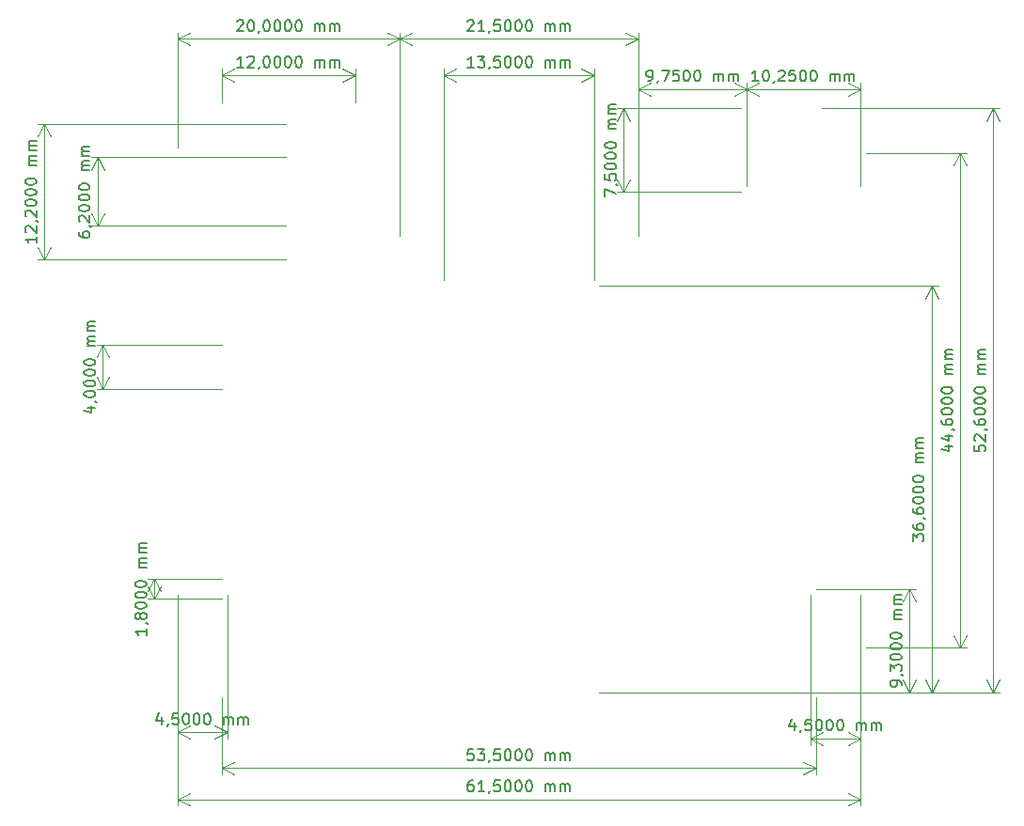
<source format=gbr>
%TF.GenerationSoftware,KiCad,Pcbnew,6.0.2+dfsg-1*%
%TF.CreationDate,2023-05-15T17:13:40+02:00*%
%TF.ProjectId,dclink,64636c69-6e6b-42e6-9b69-6361645f7063,V0*%
%TF.SameCoordinates,Original*%
%TF.FileFunction,OtherDrawing,Comment*%
%FSLAX46Y46*%
G04 Gerber Fmt 4.6, Leading zero omitted, Abs format (unit mm)*
G04 Created by KiCad (PCBNEW 6.0.2+dfsg-1) date 2023-05-15 17:13:40*
%MOMM*%
%LPD*%
G01*
G04 APERTURE LIST*
%ADD10C,0.150000*%
%ADD11C,0.100000*%
G04 APERTURE END LIST*
D10*
X125052380Y-74802380D02*
X124480952Y-74802380D01*
X124766666Y-74802380D02*
X124766666Y-73802380D01*
X124671428Y-73945238D01*
X124576190Y-74040476D01*
X124480952Y-74088095D01*
X125433333Y-73897619D02*
X125480952Y-73850000D01*
X125576190Y-73802380D01*
X125814285Y-73802380D01*
X125909523Y-73850000D01*
X125957142Y-73897619D01*
X126004761Y-73992857D01*
X126004761Y-74088095D01*
X125957142Y-74230952D01*
X125385714Y-74802380D01*
X126004761Y-74802380D01*
X126480952Y-74754761D02*
X126480952Y-74802380D01*
X126433333Y-74897619D01*
X126385714Y-74945238D01*
X127100000Y-73802380D02*
X127195238Y-73802380D01*
X127290476Y-73850000D01*
X127338095Y-73897619D01*
X127385714Y-73992857D01*
X127433333Y-74183333D01*
X127433333Y-74421428D01*
X127385714Y-74611904D01*
X127338095Y-74707142D01*
X127290476Y-74754761D01*
X127195238Y-74802380D01*
X127100000Y-74802380D01*
X127004761Y-74754761D01*
X126957142Y-74707142D01*
X126909523Y-74611904D01*
X126861904Y-74421428D01*
X126861904Y-74183333D01*
X126909523Y-73992857D01*
X126957142Y-73897619D01*
X127004761Y-73850000D01*
X127100000Y-73802380D01*
X128052380Y-73802380D02*
X128147619Y-73802380D01*
X128242857Y-73850000D01*
X128290476Y-73897619D01*
X128338095Y-73992857D01*
X128385714Y-74183333D01*
X128385714Y-74421428D01*
X128338095Y-74611904D01*
X128290476Y-74707142D01*
X128242857Y-74754761D01*
X128147619Y-74802380D01*
X128052380Y-74802380D01*
X127957142Y-74754761D01*
X127909523Y-74707142D01*
X127861904Y-74611904D01*
X127814285Y-74421428D01*
X127814285Y-74183333D01*
X127861904Y-73992857D01*
X127909523Y-73897619D01*
X127957142Y-73850000D01*
X128052380Y-73802380D01*
X129004761Y-73802380D02*
X129100000Y-73802380D01*
X129195238Y-73850000D01*
X129242857Y-73897619D01*
X129290476Y-73992857D01*
X129338095Y-74183333D01*
X129338095Y-74421428D01*
X129290476Y-74611904D01*
X129242857Y-74707142D01*
X129195238Y-74754761D01*
X129100000Y-74802380D01*
X129004761Y-74802380D01*
X128909523Y-74754761D01*
X128861904Y-74707142D01*
X128814285Y-74611904D01*
X128766666Y-74421428D01*
X128766666Y-74183333D01*
X128814285Y-73992857D01*
X128861904Y-73897619D01*
X128909523Y-73850000D01*
X129004761Y-73802380D01*
X129957142Y-73802380D02*
X130052380Y-73802380D01*
X130147619Y-73850000D01*
X130195238Y-73897619D01*
X130242857Y-73992857D01*
X130290476Y-74183333D01*
X130290476Y-74421428D01*
X130242857Y-74611904D01*
X130195238Y-74707142D01*
X130147619Y-74754761D01*
X130052380Y-74802380D01*
X129957142Y-74802380D01*
X129861904Y-74754761D01*
X129814285Y-74707142D01*
X129766666Y-74611904D01*
X129719047Y-74421428D01*
X129719047Y-74183333D01*
X129766666Y-73992857D01*
X129814285Y-73897619D01*
X129861904Y-73850000D01*
X129957142Y-73802380D01*
X131480952Y-74802380D02*
X131480952Y-74135714D01*
X131480952Y-74230952D02*
X131528571Y-74183333D01*
X131623809Y-74135714D01*
X131766666Y-74135714D01*
X131861904Y-74183333D01*
X131909523Y-74278571D01*
X131909523Y-74802380D01*
X131909523Y-74278571D02*
X131957142Y-74183333D01*
X132052380Y-74135714D01*
X132195238Y-74135714D01*
X132290476Y-74183333D01*
X132338095Y-74278571D01*
X132338095Y-74802380D01*
X132814285Y-74802380D02*
X132814285Y-74135714D01*
X132814285Y-74230952D02*
X132861904Y-74183333D01*
X132957142Y-74135714D01*
X133100000Y-74135714D01*
X133195238Y-74183333D01*
X133242857Y-74278571D01*
X133242857Y-74802380D01*
X133242857Y-74278571D02*
X133290476Y-74183333D01*
X133385714Y-74135714D01*
X133528571Y-74135714D01*
X133623809Y-74183333D01*
X133671428Y-74278571D01*
X133671428Y-74802380D01*
D11*
X123100000Y-78000000D02*
X123100000Y-74913580D01*
X135100000Y-78000000D02*
X135100000Y-74913580D01*
X123100000Y-75500000D02*
X135100000Y-75500000D01*
X123100000Y-75500000D02*
X135100000Y-75500000D01*
X123100000Y-75500000D02*
X124226504Y-76086421D01*
X123100000Y-75500000D02*
X124226504Y-74913579D01*
X135100000Y-75500000D02*
X133973496Y-74913579D01*
X135100000Y-75500000D02*
X133973496Y-76086421D01*
D10*
X145802380Y-74802380D02*
X145230952Y-74802380D01*
X145516666Y-74802380D02*
X145516666Y-73802380D01*
X145421428Y-73945238D01*
X145326190Y-74040476D01*
X145230952Y-74088095D01*
X146135714Y-73802380D02*
X146754761Y-73802380D01*
X146421428Y-74183333D01*
X146564285Y-74183333D01*
X146659523Y-74230952D01*
X146707142Y-74278571D01*
X146754761Y-74373809D01*
X146754761Y-74611904D01*
X146707142Y-74707142D01*
X146659523Y-74754761D01*
X146564285Y-74802380D01*
X146278571Y-74802380D01*
X146183333Y-74754761D01*
X146135714Y-74707142D01*
X147230952Y-74754761D02*
X147230952Y-74802380D01*
X147183333Y-74897619D01*
X147135714Y-74945238D01*
X148135714Y-73802380D02*
X147659523Y-73802380D01*
X147611904Y-74278571D01*
X147659523Y-74230952D01*
X147754761Y-74183333D01*
X147992857Y-74183333D01*
X148088095Y-74230952D01*
X148135714Y-74278571D01*
X148183333Y-74373809D01*
X148183333Y-74611904D01*
X148135714Y-74707142D01*
X148088095Y-74754761D01*
X147992857Y-74802380D01*
X147754761Y-74802380D01*
X147659523Y-74754761D01*
X147611904Y-74707142D01*
X148802380Y-73802380D02*
X148897619Y-73802380D01*
X148992857Y-73850000D01*
X149040476Y-73897619D01*
X149088095Y-73992857D01*
X149135714Y-74183333D01*
X149135714Y-74421428D01*
X149088095Y-74611904D01*
X149040476Y-74707142D01*
X148992857Y-74754761D01*
X148897619Y-74802380D01*
X148802380Y-74802380D01*
X148707142Y-74754761D01*
X148659523Y-74707142D01*
X148611904Y-74611904D01*
X148564285Y-74421428D01*
X148564285Y-74183333D01*
X148611904Y-73992857D01*
X148659523Y-73897619D01*
X148707142Y-73850000D01*
X148802380Y-73802380D01*
X149754761Y-73802380D02*
X149850000Y-73802380D01*
X149945238Y-73850000D01*
X149992857Y-73897619D01*
X150040476Y-73992857D01*
X150088095Y-74183333D01*
X150088095Y-74421428D01*
X150040476Y-74611904D01*
X149992857Y-74707142D01*
X149945238Y-74754761D01*
X149850000Y-74802380D01*
X149754761Y-74802380D01*
X149659523Y-74754761D01*
X149611904Y-74707142D01*
X149564285Y-74611904D01*
X149516666Y-74421428D01*
X149516666Y-74183333D01*
X149564285Y-73992857D01*
X149611904Y-73897619D01*
X149659523Y-73850000D01*
X149754761Y-73802380D01*
X150707142Y-73802380D02*
X150802380Y-73802380D01*
X150897619Y-73850000D01*
X150945238Y-73897619D01*
X150992857Y-73992857D01*
X151040476Y-74183333D01*
X151040476Y-74421428D01*
X150992857Y-74611904D01*
X150945238Y-74707142D01*
X150897619Y-74754761D01*
X150802380Y-74802380D01*
X150707142Y-74802380D01*
X150611904Y-74754761D01*
X150564285Y-74707142D01*
X150516666Y-74611904D01*
X150469047Y-74421428D01*
X150469047Y-74183333D01*
X150516666Y-73992857D01*
X150564285Y-73897619D01*
X150611904Y-73850000D01*
X150707142Y-73802380D01*
X152230952Y-74802380D02*
X152230952Y-74135714D01*
X152230952Y-74230952D02*
X152278571Y-74183333D01*
X152373809Y-74135714D01*
X152516666Y-74135714D01*
X152611904Y-74183333D01*
X152659523Y-74278571D01*
X152659523Y-74802380D01*
X152659523Y-74278571D02*
X152707142Y-74183333D01*
X152802380Y-74135714D01*
X152945238Y-74135714D01*
X153040476Y-74183333D01*
X153088095Y-74278571D01*
X153088095Y-74802380D01*
X153564285Y-74802380D02*
X153564285Y-74135714D01*
X153564285Y-74230952D02*
X153611904Y-74183333D01*
X153707142Y-74135714D01*
X153850000Y-74135714D01*
X153945238Y-74183333D01*
X153992857Y-74278571D01*
X153992857Y-74802380D01*
X153992857Y-74278571D02*
X154040476Y-74183333D01*
X154135714Y-74135714D01*
X154278571Y-74135714D01*
X154373809Y-74183333D01*
X154421428Y-74278571D01*
X154421428Y-74802380D01*
D11*
X143100000Y-94000000D02*
X143100000Y-74913580D01*
X156600000Y-94000000D02*
X156600000Y-74913580D01*
X143100000Y-75500000D02*
X156600000Y-75500000D01*
X143100000Y-75500000D02*
X156600000Y-75500000D01*
X143100000Y-75500000D02*
X144226504Y-76086421D01*
X143100000Y-75500000D02*
X144226504Y-74913579D01*
X156600000Y-75500000D02*
X155473496Y-74913579D01*
X156600000Y-75500000D02*
X155473496Y-76086421D01*
D10*
X157602380Y-86440476D02*
X157602380Y-85773809D01*
X158602380Y-86202380D01*
X158554761Y-85345238D02*
X158602380Y-85345238D01*
X158697619Y-85392857D01*
X158745238Y-85440476D01*
X157602380Y-84440476D02*
X157602380Y-84916666D01*
X158078571Y-84964285D01*
X158030952Y-84916666D01*
X157983333Y-84821428D01*
X157983333Y-84583333D01*
X158030952Y-84488095D01*
X158078571Y-84440476D01*
X158173809Y-84392857D01*
X158411904Y-84392857D01*
X158507142Y-84440476D01*
X158554761Y-84488095D01*
X158602380Y-84583333D01*
X158602380Y-84821428D01*
X158554761Y-84916666D01*
X158507142Y-84964285D01*
X157602380Y-83773809D02*
X157602380Y-83678571D01*
X157650000Y-83583333D01*
X157697619Y-83535714D01*
X157792857Y-83488095D01*
X157983333Y-83440476D01*
X158221428Y-83440476D01*
X158411904Y-83488095D01*
X158507142Y-83535714D01*
X158554761Y-83583333D01*
X158602380Y-83678571D01*
X158602380Y-83773809D01*
X158554761Y-83869047D01*
X158507142Y-83916666D01*
X158411904Y-83964285D01*
X158221428Y-84011904D01*
X157983333Y-84011904D01*
X157792857Y-83964285D01*
X157697619Y-83916666D01*
X157650000Y-83869047D01*
X157602380Y-83773809D01*
X157602380Y-82821428D02*
X157602380Y-82726190D01*
X157650000Y-82630952D01*
X157697619Y-82583333D01*
X157792857Y-82535714D01*
X157983333Y-82488095D01*
X158221428Y-82488095D01*
X158411904Y-82535714D01*
X158507142Y-82583333D01*
X158554761Y-82630952D01*
X158602380Y-82726190D01*
X158602380Y-82821428D01*
X158554761Y-82916666D01*
X158507142Y-82964285D01*
X158411904Y-83011904D01*
X158221428Y-83059523D01*
X157983333Y-83059523D01*
X157792857Y-83011904D01*
X157697619Y-82964285D01*
X157650000Y-82916666D01*
X157602380Y-82821428D01*
X157602380Y-81869047D02*
X157602380Y-81773809D01*
X157650000Y-81678571D01*
X157697619Y-81630952D01*
X157792857Y-81583333D01*
X157983333Y-81535714D01*
X158221428Y-81535714D01*
X158411904Y-81583333D01*
X158507142Y-81630952D01*
X158554761Y-81678571D01*
X158602380Y-81773809D01*
X158602380Y-81869047D01*
X158554761Y-81964285D01*
X158507142Y-82011904D01*
X158411904Y-82059523D01*
X158221428Y-82107142D01*
X157983333Y-82107142D01*
X157792857Y-82059523D01*
X157697619Y-82011904D01*
X157650000Y-81964285D01*
X157602380Y-81869047D01*
X158602380Y-80345238D02*
X157935714Y-80345238D01*
X158030952Y-80345238D02*
X157983333Y-80297619D01*
X157935714Y-80202380D01*
X157935714Y-80059523D01*
X157983333Y-79964285D01*
X158078571Y-79916666D01*
X158602380Y-79916666D01*
X158078571Y-79916666D02*
X157983333Y-79869047D01*
X157935714Y-79773809D01*
X157935714Y-79630952D01*
X157983333Y-79535714D01*
X158078571Y-79488095D01*
X158602380Y-79488095D01*
X158602380Y-79011904D02*
X157935714Y-79011904D01*
X158030952Y-79011904D02*
X157983333Y-78964285D01*
X157935714Y-78869047D01*
X157935714Y-78726190D01*
X157983333Y-78630952D01*
X158078571Y-78583333D01*
X158602380Y-78583333D01*
X158078571Y-78583333D02*
X157983333Y-78535714D01*
X157935714Y-78440476D01*
X157935714Y-78297619D01*
X157983333Y-78202380D01*
X158078571Y-78154761D01*
X158602380Y-78154761D01*
D11*
X169850000Y-78500000D02*
X158713580Y-78500000D01*
X169850000Y-86000000D02*
X158713580Y-86000000D01*
X159300000Y-78500000D02*
X159300000Y-86000000D01*
X159300000Y-78500000D02*
X159300000Y-86000000D01*
X159300000Y-78500000D02*
X158713579Y-79626504D01*
X159300000Y-78500000D02*
X159886421Y-79626504D01*
X159300000Y-86000000D02*
X159886421Y-84873496D01*
X159300000Y-86000000D02*
X158713579Y-84873496D01*
D10*
X188235714Y-108942857D02*
X188902380Y-108942857D01*
X187854761Y-109180952D02*
X188569047Y-109419047D01*
X188569047Y-108800000D01*
X188235714Y-107990476D02*
X188902380Y-107990476D01*
X187854761Y-108228571D02*
X188569047Y-108466666D01*
X188569047Y-107847619D01*
X188854761Y-107419047D02*
X188902380Y-107419047D01*
X188997619Y-107466666D01*
X189045238Y-107514285D01*
X187902380Y-106561904D02*
X187902380Y-106752380D01*
X187950000Y-106847619D01*
X187997619Y-106895238D01*
X188140476Y-106990476D01*
X188330952Y-107038095D01*
X188711904Y-107038095D01*
X188807142Y-106990476D01*
X188854761Y-106942857D01*
X188902380Y-106847619D01*
X188902380Y-106657142D01*
X188854761Y-106561904D01*
X188807142Y-106514285D01*
X188711904Y-106466666D01*
X188473809Y-106466666D01*
X188378571Y-106514285D01*
X188330952Y-106561904D01*
X188283333Y-106657142D01*
X188283333Y-106847619D01*
X188330952Y-106942857D01*
X188378571Y-106990476D01*
X188473809Y-107038095D01*
X187902380Y-105847619D02*
X187902380Y-105752380D01*
X187950000Y-105657142D01*
X187997619Y-105609523D01*
X188092857Y-105561904D01*
X188283333Y-105514285D01*
X188521428Y-105514285D01*
X188711904Y-105561904D01*
X188807142Y-105609523D01*
X188854761Y-105657142D01*
X188902380Y-105752380D01*
X188902380Y-105847619D01*
X188854761Y-105942857D01*
X188807142Y-105990476D01*
X188711904Y-106038095D01*
X188521428Y-106085714D01*
X188283333Y-106085714D01*
X188092857Y-106038095D01*
X187997619Y-105990476D01*
X187950000Y-105942857D01*
X187902380Y-105847619D01*
X187902380Y-104895238D02*
X187902380Y-104800000D01*
X187950000Y-104704761D01*
X187997619Y-104657142D01*
X188092857Y-104609523D01*
X188283333Y-104561904D01*
X188521428Y-104561904D01*
X188711904Y-104609523D01*
X188807142Y-104657142D01*
X188854761Y-104704761D01*
X188902380Y-104800000D01*
X188902380Y-104895238D01*
X188854761Y-104990476D01*
X188807142Y-105038095D01*
X188711904Y-105085714D01*
X188521428Y-105133333D01*
X188283333Y-105133333D01*
X188092857Y-105085714D01*
X187997619Y-105038095D01*
X187950000Y-104990476D01*
X187902380Y-104895238D01*
X187902380Y-103942857D02*
X187902380Y-103847619D01*
X187950000Y-103752380D01*
X187997619Y-103704761D01*
X188092857Y-103657142D01*
X188283333Y-103609523D01*
X188521428Y-103609523D01*
X188711904Y-103657142D01*
X188807142Y-103704761D01*
X188854761Y-103752380D01*
X188902380Y-103847619D01*
X188902380Y-103942857D01*
X188854761Y-104038095D01*
X188807142Y-104085714D01*
X188711904Y-104133333D01*
X188521428Y-104180952D01*
X188283333Y-104180952D01*
X188092857Y-104133333D01*
X187997619Y-104085714D01*
X187950000Y-104038095D01*
X187902380Y-103942857D01*
X188902380Y-102419047D02*
X188235714Y-102419047D01*
X188330952Y-102419047D02*
X188283333Y-102371428D01*
X188235714Y-102276190D01*
X188235714Y-102133333D01*
X188283333Y-102038095D01*
X188378571Y-101990476D01*
X188902380Y-101990476D01*
X188378571Y-101990476D02*
X188283333Y-101942857D01*
X188235714Y-101847619D01*
X188235714Y-101704761D01*
X188283333Y-101609523D01*
X188378571Y-101561904D01*
X188902380Y-101561904D01*
X188902380Y-101085714D02*
X188235714Y-101085714D01*
X188330952Y-101085714D02*
X188283333Y-101038095D01*
X188235714Y-100942857D01*
X188235714Y-100800000D01*
X188283333Y-100704761D01*
X188378571Y-100657142D01*
X188902380Y-100657142D01*
X188378571Y-100657142D02*
X188283333Y-100609523D01*
X188235714Y-100514285D01*
X188235714Y-100371428D01*
X188283333Y-100276190D01*
X188378571Y-100228571D01*
X188902380Y-100228571D01*
D11*
X181100000Y-82500000D02*
X190186420Y-82500000D01*
X181100000Y-127100000D02*
X190186420Y-127100000D01*
X189600000Y-82500000D02*
X189600000Y-127100000D01*
X189600000Y-82500000D02*
X189600000Y-127100000D01*
X189600000Y-82500000D02*
X189013579Y-83626504D01*
X189600000Y-82500000D02*
X190186421Y-83626504D01*
X189600000Y-127100000D02*
X190186421Y-125973496D01*
X189600000Y-127100000D02*
X189013579Y-125973496D01*
D10*
X111035714Y-105466666D02*
X111702380Y-105466666D01*
X110654761Y-105704761D02*
X111369047Y-105942857D01*
X111369047Y-105323809D01*
X111654761Y-104895238D02*
X111702380Y-104895238D01*
X111797619Y-104942857D01*
X111845238Y-104990476D01*
X110702380Y-104276190D02*
X110702380Y-104180952D01*
X110750000Y-104085714D01*
X110797619Y-104038095D01*
X110892857Y-103990476D01*
X111083333Y-103942857D01*
X111321428Y-103942857D01*
X111511904Y-103990476D01*
X111607142Y-104038095D01*
X111654761Y-104085714D01*
X111702380Y-104180952D01*
X111702380Y-104276190D01*
X111654761Y-104371428D01*
X111607142Y-104419047D01*
X111511904Y-104466666D01*
X111321428Y-104514285D01*
X111083333Y-104514285D01*
X110892857Y-104466666D01*
X110797619Y-104419047D01*
X110750000Y-104371428D01*
X110702380Y-104276190D01*
X110702380Y-103323809D02*
X110702380Y-103228571D01*
X110750000Y-103133333D01*
X110797619Y-103085714D01*
X110892857Y-103038095D01*
X111083333Y-102990476D01*
X111321428Y-102990476D01*
X111511904Y-103038095D01*
X111607142Y-103085714D01*
X111654761Y-103133333D01*
X111702380Y-103228571D01*
X111702380Y-103323809D01*
X111654761Y-103419047D01*
X111607142Y-103466666D01*
X111511904Y-103514285D01*
X111321428Y-103561904D01*
X111083333Y-103561904D01*
X110892857Y-103514285D01*
X110797619Y-103466666D01*
X110750000Y-103419047D01*
X110702380Y-103323809D01*
X110702380Y-102371428D02*
X110702380Y-102276190D01*
X110750000Y-102180952D01*
X110797619Y-102133333D01*
X110892857Y-102085714D01*
X111083333Y-102038095D01*
X111321428Y-102038095D01*
X111511904Y-102085714D01*
X111607142Y-102133333D01*
X111654761Y-102180952D01*
X111702380Y-102276190D01*
X111702380Y-102371428D01*
X111654761Y-102466666D01*
X111607142Y-102514285D01*
X111511904Y-102561904D01*
X111321428Y-102609523D01*
X111083333Y-102609523D01*
X110892857Y-102561904D01*
X110797619Y-102514285D01*
X110750000Y-102466666D01*
X110702380Y-102371428D01*
X110702380Y-101419047D02*
X110702380Y-101323809D01*
X110750000Y-101228571D01*
X110797619Y-101180952D01*
X110892857Y-101133333D01*
X111083333Y-101085714D01*
X111321428Y-101085714D01*
X111511904Y-101133333D01*
X111607142Y-101180952D01*
X111654761Y-101228571D01*
X111702380Y-101323809D01*
X111702380Y-101419047D01*
X111654761Y-101514285D01*
X111607142Y-101561904D01*
X111511904Y-101609523D01*
X111321428Y-101657142D01*
X111083333Y-101657142D01*
X110892857Y-101609523D01*
X110797619Y-101561904D01*
X110750000Y-101514285D01*
X110702380Y-101419047D01*
X111702380Y-99895238D02*
X111035714Y-99895238D01*
X111130952Y-99895238D02*
X111083333Y-99847619D01*
X111035714Y-99752380D01*
X111035714Y-99609523D01*
X111083333Y-99514285D01*
X111178571Y-99466666D01*
X111702380Y-99466666D01*
X111178571Y-99466666D02*
X111083333Y-99419047D01*
X111035714Y-99323809D01*
X111035714Y-99180952D01*
X111083333Y-99085714D01*
X111178571Y-99038095D01*
X111702380Y-99038095D01*
X111702380Y-98561904D02*
X111035714Y-98561904D01*
X111130952Y-98561904D02*
X111083333Y-98514285D01*
X111035714Y-98419047D01*
X111035714Y-98276190D01*
X111083333Y-98180952D01*
X111178571Y-98133333D01*
X111702380Y-98133333D01*
X111178571Y-98133333D02*
X111083333Y-98085714D01*
X111035714Y-97990476D01*
X111035714Y-97847619D01*
X111083333Y-97752380D01*
X111178571Y-97704761D01*
X111702380Y-97704761D01*
D11*
X123150000Y-99800000D02*
X111813580Y-99800000D01*
X123150000Y-103800000D02*
X111813580Y-103800000D01*
X112400000Y-99800000D02*
X112400000Y-103800000D01*
X112400000Y-99800000D02*
X112400000Y-103800000D01*
X112400000Y-99800000D02*
X111813579Y-100926504D01*
X112400000Y-99800000D02*
X112986421Y-100926504D01*
X112400000Y-103800000D02*
X112986421Y-102673496D01*
X112400000Y-103800000D02*
X111813579Y-102673496D01*
D10*
X124480952Y-70647619D02*
X124528571Y-70600000D01*
X124623809Y-70552380D01*
X124861904Y-70552380D01*
X124957142Y-70600000D01*
X125004761Y-70647619D01*
X125052380Y-70742857D01*
X125052380Y-70838095D01*
X125004761Y-70980952D01*
X124433333Y-71552380D01*
X125052380Y-71552380D01*
X125671428Y-70552380D02*
X125766666Y-70552380D01*
X125861904Y-70600000D01*
X125909523Y-70647619D01*
X125957142Y-70742857D01*
X126004761Y-70933333D01*
X126004761Y-71171428D01*
X125957142Y-71361904D01*
X125909523Y-71457142D01*
X125861904Y-71504761D01*
X125766666Y-71552380D01*
X125671428Y-71552380D01*
X125576190Y-71504761D01*
X125528571Y-71457142D01*
X125480952Y-71361904D01*
X125433333Y-71171428D01*
X125433333Y-70933333D01*
X125480952Y-70742857D01*
X125528571Y-70647619D01*
X125576190Y-70600000D01*
X125671428Y-70552380D01*
X126480952Y-71504761D02*
X126480952Y-71552380D01*
X126433333Y-71647619D01*
X126385714Y-71695238D01*
X127100000Y-70552380D02*
X127195238Y-70552380D01*
X127290476Y-70600000D01*
X127338095Y-70647619D01*
X127385714Y-70742857D01*
X127433333Y-70933333D01*
X127433333Y-71171428D01*
X127385714Y-71361904D01*
X127338095Y-71457142D01*
X127290476Y-71504761D01*
X127195238Y-71552380D01*
X127100000Y-71552380D01*
X127004761Y-71504761D01*
X126957142Y-71457142D01*
X126909523Y-71361904D01*
X126861904Y-71171428D01*
X126861904Y-70933333D01*
X126909523Y-70742857D01*
X126957142Y-70647619D01*
X127004761Y-70600000D01*
X127100000Y-70552380D01*
X128052380Y-70552380D02*
X128147619Y-70552380D01*
X128242857Y-70600000D01*
X128290476Y-70647619D01*
X128338095Y-70742857D01*
X128385714Y-70933333D01*
X128385714Y-71171428D01*
X128338095Y-71361904D01*
X128290476Y-71457142D01*
X128242857Y-71504761D01*
X128147619Y-71552380D01*
X128052380Y-71552380D01*
X127957142Y-71504761D01*
X127909523Y-71457142D01*
X127861904Y-71361904D01*
X127814285Y-71171428D01*
X127814285Y-70933333D01*
X127861904Y-70742857D01*
X127909523Y-70647619D01*
X127957142Y-70600000D01*
X128052380Y-70552380D01*
X129004761Y-70552380D02*
X129100000Y-70552380D01*
X129195238Y-70600000D01*
X129242857Y-70647619D01*
X129290476Y-70742857D01*
X129338095Y-70933333D01*
X129338095Y-71171428D01*
X129290476Y-71361904D01*
X129242857Y-71457142D01*
X129195238Y-71504761D01*
X129100000Y-71552380D01*
X129004761Y-71552380D01*
X128909523Y-71504761D01*
X128861904Y-71457142D01*
X128814285Y-71361904D01*
X128766666Y-71171428D01*
X128766666Y-70933333D01*
X128814285Y-70742857D01*
X128861904Y-70647619D01*
X128909523Y-70600000D01*
X129004761Y-70552380D01*
X129957142Y-70552380D02*
X130052380Y-70552380D01*
X130147619Y-70600000D01*
X130195238Y-70647619D01*
X130242857Y-70742857D01*
X130290476Y-70933333D01*
X130290476Y-71171428D01*
X130242857Y-71361904D01*
X130195238Y-71457142D01*
X130147619Y-71504761D01*
X130052380Y-71552380D01*
X129957142Y-71552380D01*
X129861904Y-71504761D01*
X129814285Y-71457142D01*
X129766666Y-71361904D01*
X129719047Y-71171428D01*
X129719047Y-70933333D01*
X129766666Y-70742857D01*
X129814285Y-70647619D01*
X129861904Y-70600000D01*
X129957142Y-70552380D01*
X131480952Y-71552380D02*
X131480952Y-70885714D01*
X131480952Y-70980952D02*
X131528571Y-70933333D01*
X131623809Y-70885714D01*
X131766666Y-70885714D01*
X131861904Y-70933333D01*
X131909523Y-71028571D01*
X131909523Y-71552380D01*
X131909523Y-71028571D02*
X131957142Y-70933333D01*
X132052380Y-70885714D01*
X132195238Y-70885714D01*
X132290476Y-70933333D01*
X132338095Y-71028571D01*
X132338095Y-71552380D01*
X132814285Y-71552380D02*
X132814285Y-70885714D01*
X132814285Y-70980952D02*
X132861904Y-70933333D01*
X132957142Y-70885714D01*
X133100000Y-70885714D01*
X133195238Y-70933333D01*
X133242857Y-71028571D01*
X133242857Y-71552380D01*
X133242857Y-71028571D02*
X133290476Y-70933333D01*
X133385714Y-70885714D01*
X133528571Y-70885714D01*
X133623809Y-70933333D01*
X133671428Y-71028571D01*
X133671428Y-71552380D01*
D11*
X119100000Y-82000000D02*
X119100000Y-71663580D01*
X139100000Y-82000000D02*
X139100000Y-71663580D01*
X119100000Y-72250000D02*
X139100000Y-72250000D01*
X119100000Y-72250000D02*
X139100000Y-72250000D01*
X119100000Y-72250000D02*
X120226504Y-72836421D01*
X119100000Y-72250000D02*
X120226504Y-71663579D01*
X139100000Y-72250000D02*
X137973496Y-71663579D01*
X139100000Y-72250000D02*
X137973496Y-72836421D01*
D10*
X106402380Y-90047619D02*
X106402380Y-90619047D01*
X106402380Y-90333333D02*
X105402380Y-90333333D01*
X105545238Y-90428571D01*
X105640476Y-90523809D01*
X105688095Y-90619047D01*
X105497619Y-89666666D02*
X105450000Y-89619047D01*
X105402380Y-89523809D01*
X105402380Y-89285714D01*
X105450000Y-89190476D01*
X105497619Y-89142857D01*
X105592857Y-89095238D01*
X105688095Y-89095238D01*
X105830952Y-89142857D01*
X106402380Y-89714285D01*
X106402380Y-89095238D01*
X106354761Y-88619047D02*
X106402380Y-88619047D01*
X106497619Y-88666666D01*
X106545238Y-88714285D01*
X105497619Y-88238095D02*
X105450000Y-88190476D01*
X105402380Y-88095238D01*
X105402380Y-87857142D01*
X105450000Y-87761904D01*
X105497619Y-87714285D01*
X105592857Y-87666666D01*
X105688095Y-87666666D01*
X105830952Y-87714285D01*
X106402380Y-88285714D01*
X106402380Y-87666666D01*
X105402380Y-87047619D02*
X105402380Y-86952380D01*
X105450000Y-86857142D01*
X105497619Y-86809523D01*
X105592857Y-86761904D01*
X105783333Y-86714285D01*
X106021428Y-86714285D01*
X106211904Y-86761904D01*
X106307142Y-86809523D01*
X106354761Y-86857142D01*
X106402380Y-86952380D01*
X106402380Y-87047619D01*
X106354761Y-87142857D01*
X106307142Y-87190476D01*
X106211904Y-87238095D01*
X106021428Y-87285714D01*
X105783333Y-87285714D01*
X105592857Y-87238095D01*
X105497619Y-87190476D01*
X105450000Y-87142857D01*
X105402380Y-87047619D01*
X105402380Y-86095238D02*
X105402380Y-86000000D01*
X105450000Y-85904761D01*
X105497619Y-85857142D01*
X105592857Y-85809523D01*
X105783333Y-85761904D01*
X106021428Y-85761904D01*
X106211904Y-85809523D01*
X106307142Y-85857142D01*
X106354761Y-85904761D01*
X106402380Y-86000000D01*
X106402380Y-86095238D01*
X106354761Y-86190476D01*
X106307142Y-86238095D01*
X106211904Y-86285714D01*
X106021428Y-86333333D01*
X105783333Y-86333333D01*
X105592857Y-86285714D01*
X105497619Y-86238095D01*
X105450000Y-86190476D01*
X105402380Y-86095238D01*
X105402380Y-85142857D02*
X105402380Y-85047619D01*
X105450000Y-84952380D01*
X105497619Y-84904761D01*
X105592857Y-84857142D01*
X105783333Y-84809523D01*
X106021428Y-84809523D01*
X106211904Y-84857142D01*
X106307142Y-84904761D01*
X106354761Y-84952380D01*
X106402380Y-85047619D01*
X106402380Y-85142857D01*
X106354761Y-85238095D01*
X106307142Y-85285714D01*
X106211904Y-85333333D01*
X106021428Y-85380952D01*
X105783333Y-85380952D01*
X105592857Y-85333333D01*
X105497619Y-85285714D01*
X105450000Y-85238095D01*
X105402380Y-85142857D01*
X106402380Y-83619047D02*
X105735714Y-83619047D01*
X105830952Y-83619047D02*
X105783333Y-83571428D01*
X105735714Y-83476190D01*
X105735714Y-83333333D01*
X105783333Y-83238095D01*
X105878571Y-83190476D01*
X106402380Y-83190476D01*
X105878571Y-83190476D02*
X105783333Y-83142857D01*
X105735714Y-83047619D01*
X105735714Y-82904761D01*
X105783333Y-82809523D01*
X105878571Y-82761904D01*
X106402380Y-82761904D01*
X106402380Y-82285714D02*
X105735714Y-82285714D01*
X105830952Y-82285714D02*
X105783333Y-82238095D01*
X105735714Y-82142857D01*
X105735714Y-82000000D01*
X105783333Y-81904761D01*
X105878571Y-81857142D01*
X106402380Y-81857142D01*
X105878571Y-81857142D02*
X105783333Y-81809523D01*
X105735714Y-81714285D01*
X105735714Y-81571428D01*
X105783333Y-81476190D01*
X105878571Y-81428571D01*
X106402380Y-81428571D01*
D11*
X128850000Y-79900000D02*
X106513580Y-79900000D01*
X128850000Y-92100000D02*
X106513580Y-92100000D01*
X107100000Y-79900000D02*
X107100000Y-92100000D01*
X107100000Y-79900000D02*
X107100000Y-92100000D01*
X107100000Y-79900000D02*
X106513579Y-81026504D01*
X107100000Y-79900000D02*
X107686421Y-81026504D01*
X107100000Y-92100000D02*
X107686421Y-90973496D01*
X107100000Y-92100000D02*
X106513579Y-90973496D01*
D10*
X171427380Y-76052380D02*
X170855952Y-76052380D01*
X171141666Y-76052380D02*
X171141666Y-75052380D01*
X171046428Y-75195238D01*
X170951190Y-75290476D01*
X170855952Y-75338095D01*
X172046428Y-75052380D02*
X172141666Y-75052380D01*
X172236904Y-75100000D01*
X172284523Y-75147619D01*
X172332142Y-75242857D01*
X172379761Y-75433333D01*
X172379761Y-75671428D01*
X172332142Y-75861904D01*
X172284523Y-75957142D01*
X172236904Y-76004761D01*
X172141666Y-76052380D01*
X172046428Y-76052380D01*
X171951190Y-76004761D01*
X171903571Y-75957142D01*
X171855952Y-75861904D01*
X171808333Y-75671428D01*
X171808333Y-75433333D01*
X171855952Y-75242857D01*
X171903571Y-75147619D01*
X171951190Y-75100000D01*
X172046428Y-75052380D01*
X172855952Y-76004761D02*
X172855952Y-76052380D01*
X172808333Y-76147619D01*
X172760714Y-76195238D01*
X173236904Y-75147619D02*
X173284523Y-75100000D01*
X173379761Y-75052380D01*
X173617857Y-75052380D01*
X173713095Y-75100000D01*
X173760714Y-75147619D01*
X173808333Y-75242857D01*
X173808333Y-75338095D01*
X173760714Y-75480952D01*
X173189285Y-76052380D01*
X173808333Y-76052380D01*
X174713095Y-75052380D02*
X174236904Y-75052380D01*
X174189285Y-75528571D01*
X174236904Y-75480952D01*
X174332142Y-75433333D01*
X174570238Y-75433333D01*
X174665476Y-75480952D01*
X174713095Y-75528571D01*
X174760714Y-75623809D01*
X174760714Y-75861904D01*
X174713095Y-75957142D01*
X174665476Y-76004761D01*
X174570238Y-76052380D01*
X174332142Y-76052380D01*
X174236904Y-76004761D01*
X174189285Y-75957142D01*
X175379761Y-75052380D02*
X175475000Y-75052380D01*
X175570238Y-75100000D01*
X175617857Y-75147619D01*
X175665476Y-75242857D01*
X175713095Y-75433333D01*
X175713095Y-75671428D01*
X175665476Y-75861904D01*
X175617857Y-75957142D01*
X175570238Y-76004761D01*
X175475000Y-76052380D01*
X175379761Y-76052380D01*
X175284523Y-76004761D01*
X175236904Y-75957142D01*
X175189285Y-75861904D01*
X175141666Y-75671428D01*
X175141666Y-75433333D01*
X175189285Y-75242857D01*
X175236904Y-75147619D01*
X175284523Y-75100000D01*
X175379761Y-75052380D01*
X176332142Y-75052380D02*
X176427380Y-75052380D01*
X176522619Y-75100000D01*
X176570238Y-75147619D01*
X176617857Y-75242857D01*
X176665476Y-75433333D01*
X176665476Y-75671428D01*
X176617857Y-75861904D01*
X176570238Y-75957142D01*
X176522619Y-76004761D01*
X176427380Y-76052380D01*
X176332142Y-76052380D01*
X176236904Y-76004761D01*
X176189285Y-75957142D01*
X176141666Y-75861904D01*
X176094047Y-75671428D01*
X176094047Y-75433333D01*
X176141666Y-75242857D01*
X176189285Y-75147619D01*
X176236904Y-75100000D01*
X176332142Y-75052380D01*
X177855952Y-76052380D02*
X177855952Y-75385714D01*
X177855952Y-75480952D02*
X177903571Y-75433333D01*
X177998809Y-75385714D01*
X178141666Y-75385714D01*
X178236904Y-75433333D01*
X178284523Y-75528571D01*
X178284523Y-76052380D01*
X178284523Y-75528571D02*
X178332142Y-75433333D01*
X178427380Y-75385714D01*
X178570238Y-75385714D01*
X178665476Y-75433333D01*
X178713095Y-75528571D01*
X178713095Y-76052380D01*
X179189285Y-76052380D02*
X179189285Y-75385714D01*
X179189285Y-75480952D02*
X179236904Y-75433333D01*
X179332142Y-75385714D01*
X179475000Y-75385714D01*
X179570238Y-75433333D01*
X179617857Y-75528571D01*
X179617857Y-76052380D01*
X179617857Y-75528571D02*
X179665476Y-75433333D01*
X179760714Y-75385714D01*
X179903571Y-75385714D01*
X179998809Y-75433333D01*
X180046428Y-75528571D01*
X180046428Y-76052380D01*
D11*
X170350000Y-85500000D02*
X170350000Y-76163580D01*
X180600000Y-85500000D02*
X180600000Y-76163580D01*
X170350000Y-76750000D02*
X180600000Y-76750000D01*
X170350000Y-76750000D02*
X180600000Y-76750000D01*
X170350000Y-76750000D02*
X171476504Y-77336421D01*
X170350000Y-76750000D02*
X171476504Y-76163579D01*
X180600000Y-76750000D02*
X179473496Y-76163579D01*
X180600000Y-76750000D02*
X179473496Y-77336421D01*
D10*
X145754761Y-136252380D02*
X145278571Y-136252380D01*
X145230952Y-136728571D01*
X145278571Y-136680952D01*
X145373809Y-136633333D01*
X145611904Y-136633333D01*
X145707142Y-136680952D01*
X145754761Y-136728571D01*
X145802380Y-136823809D01*
X145802380Y-137061904D01*
X145754761Y-137157142D01*
X145707142Y-137204761D01*
X145611904Y-137252380D01*
X145373809Y-137252380D01*
X145278571Y-137204761D01*
X145230952Y-137157142D01*
X146135714Y-136252380D02*
X146754761Y-136252380D01*
X146421428Y-136633333D01*
X146564285Y-136633333D01*
X146659523Y-136680952D01*
X146707142Y-136728571D01*
X146754761Y-136823809D01*
X146754761Y-137061904D01*
X146707142Y-137157142D01*
X146659523Y-137204761D01*
X146564285Y-137252380D01*
X146278571Y-137252380D01*
X146183333Y-137204761D01*
X146135714Y-137157142D01*
X147230952Y-137204761D02*
X147230952Y-137252380D01*
X147183333Y-137347619D01*
X147135714Y-137395238D01*
X148135714Y-136252380D02*
X147659523Y-136252380D01*
X147611904Y-136728571D01*
X147659523Y-136680952D01*
X147754761Y-136633333D01*
X147992857Y-136633333D01*
X148088095Y-136680952D01*
X148135714Y-136728571D01*
X148183333Y-136823809D01*
X148183333Y-137061904D01*
X148135714Y-137157142D01*
X148088095Y-137204761D01*
X147992857Y-137252380D01*
X147754761Y-137252380D01*
X147659523Y-137204761D01*
X147611904Y-137157142D01*
X148802380Y-136252380D02*
X148897619Y-136252380D01*
X148992857Y-136300000D01*
X149040476Y-136347619D01*
X149088095Y-136442857D01*
X149135714Y-136633333D01*
X149135714Y-136871428D01*
X149088095Y-137061904D01*
X149040476Y-137157142D01*
X148992857Y-137204761D01*
X148897619Y-137252380D01*
X148802380Y-137252380D01*
X148707142Y-137204761D01*
X148659523Y-137157142D01*
X148611904Y-137061904D01*
X148564285Y-136871428D01*
X148564285Y-136633333D01*
X148611904Y-136442857D01*
X148659523Y-136347619D01*
X148707142Y-136300000D01*
X148802380Y-136252380D01*
X149754761Y-136252380D02*
X149850000Y-136252380D01*
X149945238Y-136300000D01*
X149992857Y-136347619D01*
X150040476Y-136442857D01*
X150088095Y-136633333D01*
X150088095Y-136871428D01*
X150040476Y-137061904D01*
X149992857Y-137157142D01*
X149945238Y-137204761D01*
X149850000Y-137252380D01*
X149754761Y-137252380D01*
X149659523Y-137204761D01*
X149611904Y-137157142D01*
X149564285Y-137061904D01*
X149516666Y-136871428D01*
X149516666Y-136633333D01*
X149564285Y-136442857D01*
X149611904Y-136347619D01*
X149659523Y-136300000D01*
X149754761Y-136252380D01*
X150707142Y-136252380D02*
X150802380Y-136252380D01*
X150897619Y-136300000D01*
X150945238Y-136347619D01*
X150992857Y-136442857D01*
X151040476Y-136633333D01*
X151040476Y-136871428D01*
X150992857Y-137061904D01*
X150945238Y-137157142D01*
X150897619Y-137204761D01*
X150802380Y-137252380D01*
X150707142Y-137252380D01*
X150611904Y-137204761D01*
X150564285Y-137157142D01*
X150516666Y-137061904D01*
X150469047Y-136871428D01*
X150469047Y-136633333D01*
X150516666Y-136442857D01*
X150564285Y-136347619D01*
X150611904Y-136300000D01*
X150707142Y-136252380D01*
X152230952Y-137252380D02*
X152230952Y-136585714D01*
X152230952Y-136680952D02*
X152278571Y-136633333D01*
X152373809Y-136585714D01*
X152516666Y-136585714D01*
X152611904Y-136633333D01*
X152659523Y-136728571D01*
X152659523Y-137252380D01*
X152659523Y-136728571D02*
X152707142Y-136633333D01*
X152802380Y-136585714D01*
X152945238Y-136585714D01*
X153040476Y-136633333D01*
X153088095Y-136728571D01*
X153088095Y-137252380D01*
X153564285Y-137252380D02*
X153564285Y-136585714D01*
X153564285Y-136680952D02*
X153611904Y-136633333D01*
X153707142Y-136585714D01*
X153850000Y-136585714D01*
X153945238Y-136633333D01*
X153992857Y-136728571D01*
X153992857Y-137252380D01*
X153992857Y-136728571D02*
X154040476Y-136633333D01*
X154135714Y-136585714D01*
X154278571Y-136585714D01*
X154373809Y-136633333D01*
X154421428Y-136728571D01*
X154421428Y-137252380D01*
D11*
X123100000Y-131600000D02*
X123100000Y-138536420D01*
X176600000Y-131600000D02*
X176600000Y-138536420D01*
X123100000Y-137950000D02*
X176600000Y-137950000D01*
X123100000Y-137950000D02*
X176600000Y-137950000D01*
X123100000Y-137950000D02*
X124226504Y-138536421D01*
X123100000Y-137950000D02*
X124226504Y-137363579D01*
X176600000Y-137950000D02*
X175473496Y-137363579D01*
X176600000Y-137950000D02*
X175473496Y-138536421D01*
D10*
X145707142Y-139052380D02*
X145516666Y-139052380D01*
X145421428Y-139100000D01*
X145373809Y-139147619D01*
X145278571Y-139290476D01*
X145230952Y-139480952D01*
X145230952Y-139861904D01*
X145278571Y-139957142D01*
X145326190Y-140004761D01*
X145421428Y-140052380D01*
X145611904Y-140052380D01*
X145707142Y-140004761D01*
X145754761Y-139957142D01*
X145802380Y-139861904D01*
X145802380Y-139623809D01*
X145754761Y-139528571D01*
X145707142Y-139480952D01*
X145611904Y-139433333D01*
X145421428Y-139433333D01*
X145326190Y-139480952D01*
X145278571Y-139528571D01*
X145230952Y-139623809D01*
X146754761Y-140052380D02*
X146183333Y-140052380D01*
X146469047Y-140052380D02*
X146469047Y-139052380D01*
X146373809Y-139195238D01*
X146278571Y-139290476D01*
X146183333Y-139338095D01*
X147230952Y-140004761D02*
X147230952Y-140052380D01*
X147183333Y-140147619D01*
X147135714Y-140195238D01*
X148135714Y-139052380D02*
X147659523Y-139052380D01*
X147611904Y-139528571D01*
X147659523Y-139480952D01*
X147754761Y-139433333D01*
X147992857Y-139433333D01*
X148088095Y-139480952D01*
X148135714Y-139528571D01*
X148183333Y-139623809D01*
X148183333Y-139861904D01*
X148135714Y-139957142D01*
X148088095Y-140004761D01*
X147992857Y-140052380D01*
X147754761Y-140052380D01*
X147659523Y-140004761D01*
X147611904Y-139957142D01*
X148802380Y-139052380D02*
X148897619Y-139052380D01*
X148992857Y-139100000D01*
X149040476Y-139147619D01*
X149088095Y-139242857D01*
X149135714Y-139433333D01*
X149135714Y-139671428D01*
X149088095Y-139861904D01*
X149040476Y-139957142D01*
X148992857Y-140004761D01*
X148897619Y-140052380D01*
X148802380Y-140052380D01*
X148707142Y-140004761D01*
X148659523Y-139957142D01*
X148611904Y-139861904D01*
X148564285Y-139671428D01*
X148564285Y-139433333D01*
X148611904Y-139242857D01*
X148659523Y-139147619D01*
X148707142Y-139100000D01*
X148802380Y-139052380D01*
X149754761Y-139052380D02*
X149850000Y-139052380D01*
X149945238Y-139100000D01*
X149992857Y-139147619D01*
X150040476Y-139242857D01*
X150088095Y-139433333D01*
X150088095Y-139671428D01*
X150040476Y-139861904D01*
X149992857Y-139957142D01*
X149945238Y-140004761D01*
X149850000Y-140052380D01*
X149754761Y-140052380D01*
X149659523Y-140004761D01*
X149611904Y-139957142D01*
X149564285Y-139861904D01*
X149516666Y-139671428D01*
X149516666Y-139433333D01*
X149564285Y-139242857D01*
X149611904Y-139147619D01*
X149659523Y-139100000D01*
X149754761Y-139052380D01*
X150707142Y-139052380D02*
X150802380Y-139052380D01*
X150897619Y-139100000D01*
X150945238Y-139147619D01*
X150992857Y-139242857D01*
X151040476Y-139433333D01*
X151040476Y-139671428D01*
X150992857Y-139861904D01*
X150945238Y-139957142D01*
X150897619Y-140004761D01*
X150802380Y-140052380D01*
X150707142Y-140052380D01*
X150611904Y-140004761D01*
X150564285Y-139957142D01*
X150516666Y-139861904D01*
X150469047Y-139671428D01*
X150469047Y-139433333D01*
X150516666Y-139242857D01*
X150564285Y-139147619D01*
X150611904Y-139100000D01*
X150707142Y-139052380D01*
X152230952Y-140052380D02*
X152230952Y-139385714D01*
X152230952Y-139480952D02*
X152278571Y-139433333D01*
X152373809Y-139385714D01*
X152516666Y-139385714D01*
X152611904Y-139433333D01*
X152659523Y-139528571D01*
X152659523Y-140052380D01*
X152659523Y-139528571D02*
X152707142Y-139433333D01*
X152802380Y-139385714D01*
X152945238Y-139385714D01*
X153040476Y-139433333D01*
X153088095Y-139528571D01*
X153088095Y-140052380D01*
X153564285Y-140052380D02*
X153564285Y-139385714D01*
X153564285Y-139480952D02*
X153611904Y-139433333D01*
X153707142Y-139385714D01*
X153850000Y-139385714D01*
X153945238Y-139433333D01*
X153992857Y-139528571D01*
X153992857Y-140052380D01*
X153992857Y-139528571D02*
X154040476Y-139433333D01*
X154135714Y-139385714D01*
X154278571Y-139385714D01*
X154373809Y-139433333D01*
X154421428Y-139528571D01*
X154421428Y-140052380D01*
D11*
X119100000Y-127600000D02*
X119100000Y-141336420D01*
X180600000Y-127600000D02*
X180600000Y-141336420D01*
X119100000Y-140750000D02*
X180600000Y-140750000D01*
X119100000Y-140750000D02*
X180600000Y-140750000D01*
X119100000Y-140750000D02*
X120226504Y-141336421D01*
X119100000Y-140750000D02*
X120226504Y-140163579D01*
X180600000Y-140750000D02*
X179473496Y-140163579D01*
X180600000Y-140750000D02*
X179473496Y-141336421D01*
D10*
X174683333Y-133885714D02*
X174683333Y-134552380D01*
X174445238Y-133504761D02*
X174207142Y-134219047D01*
X174826190Y-134219047D01*
X175254761Y-134504761D02*
X175254761Y-134552380D01*
X175207142Y-134647619D01*
X175159523Y-134695238D01*
X176159523Y-133552380D02*
X175683333Y-133552380D01*
X175635714Y-134028571D01*
X175683333Y-133980952D01*
X175778571Y-133933333D01*
X176016666Y-133933333D01*
X176111904Y-133980952D01*
X176159523Y-134028571D01*
X176207142Y-134123809D01*
X176207142Y-134361904D01*
X176159523Y-134457142D01*
X176111904Y-134504761D01*
X176016666Y-134552380D01*
X175778571Y-134552380D01*
X175683333Y-134504761D01*
X175635714Y-134457142D01*
X176826190Y-133552380D02*
X176921428Y-133552380D01*
X177016666Y-133600000D01*
X177064285Y-133647619D01*
X177111904Y-133742857D01*
X177159523Y-133933333D01*
X177159523Y-134171428D01*
X177111904Y-134361904D01*
X177064285Y-134457142D01*
X177016666Y-134504761D01*
X176921428Y-134552380D01*
X176826190Y-134552380D01*
X176730952Y-134504761D01*
X176683333Y-134457142D01*
X176635714Y-134361904D01*
X176588095Y-134171428D01*
X176588095Y-133933333D01*
X176635714Y-133742857D01*
X176683333Y-133647619D01*
X176730952Y-133600000D01*
X176826190Y-133552380D01*
X177778571Y-133552380D02*
X177873809Y-133552380D01*
X177969047Y-133600000D01*
X178016666Y-133647619D01*
X178064285Y-133742857D01*
X178111904Y-133933333D01*
X178111904Y-134171428D01*
X178064285Y-134361904D01*
X178016666Y-134457142D01*
X177969047Y-134504761D01*
X177873809Y-134552380D01*
X177778571Y-134552380D01*
X177683333Y-134504761D01*
X177635714Y-134457142D01*
X177588095Y-134361904D01*
X177540476Y-134171428D01*
X177540476Y-133933333D01*
X177588095Y-133742857D01*
X177635714Y-133647619D01*
X177683333Y-133600000D01*
X177778571Y-133552380D01*
X178730952Y-133552380D02*
X178826190Y-133552380D01*
X178921428Y-133600000D01*
X178969047Y-133647619D01*
X179016666Y-133742857D01*
X179064285Y-133933333D01*
X179064285Y-134171428D01*
X179016666Y-134361904D01*
X178969047Y-134457142D01*
X178921428Y-134504761D01*
X178826190Y-134552380D01*
X178730952Y-134552380D01*
X178635714Y-134504761D01*
X178588095Y-134457142D01*
X178540476Y-134361904D01*
X178492857Y-134171428D01*
X178492857Y-133933333D01*
X178540476Y-133742857D01*
X178588095Y-133647619D01*
X178635714Y-133600000D01*
X178730952Y-133552380D01*
X180254761Y-134552380D02*
X180254761Y-133885714D01*
X180254761Y-133980952D02*
X180302380Y-133933333D01*
X180397619Y-133885714D01*
X180540476Y-133885714D01*
X180635714Y-133933333D01*
X180683333Y-134028571D01*
X180683333Y-134552380D01*
X180683333Y-134028571D02*
X180730952Y-133933333D01*
X180826190Y-133885714D01*
X180969047Y-133885714D01*
X181064285Y-133933333D01*
X181111904Y-134028571D01*
X181111904Y-134552380D01*
X181588095Y-134552380D02*
X181588095Y-133885714D01*
X181588095Y-133980952D02*
X181635714Y-133933333D01*
X181730952Y-133885714D01*
X181873809Y-133885714D01*
X181969047Y-133933333D01*
X182016666Y-134028571D01*
X182016666Y-134552380D01*
X182016666Y-134028571D02*
X182064285Y-133933333D01*
X182159523Y-133885714D01*
X182302380Y-133885714D01*
X182397619Y-133933333D01*
X182445238Y-134028571D01*
X182445238Y-134552380D01*
D11*
X176100000Y-122300000D02*
X176100000Y-135836420D01*
X180600000Y-122300000D02*
X180600000Y-135836420D01*
X176100000Y-135250000D02*
X180600000Y-135250000D01*
X176100000Y-135250000D02*
X180600000Y-135250000D01*
X176100000Y-135250000D02*
X177226504Y-135836421D01*
X176100000Y-135250000D02*
X177226504Y-134663579D01*
X180600000Y-135250000D02*
X179473496Y-134663579D01*
X180600000Y-135250000D02*
X179473496Y-135836421D01*
D10*
X110202380Y-89666666D02*
X110202380Y-89857142D01*
X110250000Y-89952380D01*
X110297619Y-90000000D01*
X110440476Y-90095238D01*
X110630952Y-90142857D01*
X111011904Y-90142857D01*
X111107142Y-90095238D01*
X111154761Y-90047619D01*
X111202380Y-89952380D01*
X111202380Y-89761904D01*
X111154761Y-89666666D01*
X111107142Y-89619047D01*
X111011904Y-89571428D01*
X110773809Y-89571428D01*
X110678571Y-89619047D01*
X110630952Y-89666666D01*
X110583333Y-89761904D01*
X110583333Y-89952380D01*
X110630952Y-90047619D01*
X110678571Y-90095238D01*
X110773809Y-90142857D01*
X111154761Y-89095238D02*
X111202380Y-89095238D01*
X111297619Y-89142857D01*
X111345238Y-89190476D01*
X110297619Y-88714285D02*
X110250000Y-88666666D01*
X110202380Y-88571428D01*
X110202380Y-88333333D01*
X110250000Y-88238095D01*
X110297619Y-88190476D01*
X110392857Y-88142857D01*
X110488095Y-88142857D01*
X110630952Y-88190476D01*
X111202380Y-88761904D01*
X111202380Y-88142857D01*
X110202380Y-87523809D02*
X110202380Y-87428571D01*
X110250000Y-87333333D01*
X110297619Y-87285714D01*
X110392857Y-87238095D01*
X110583333Y-87190476D01*
X110821428Y-87190476D01*
X111011904Y-87238095D01*
X111107142Y-87285714D01*
X111154761Y-87333333D01*
X111202380Y-87428571D01*
X111202380Y-87523809D01*
X111154761Y-87619047D01*
X111107142Y-87666666D01*
X111011904Y-87714285D01*
X110821428Y-87761904D01*
X110583333Y-87761904D01*
X110392857Y-87714285D01*
X110297619Y-87666666D01*
X110250000Y-87619047D01*
X110202380Y-87523809D01*
X110202380Y-86571428D02*
X110202380Y-86476190D01*
X110250000Y-86380952D01*
X110297619Y-86333333D01*
X110392857Y-86285714D01*
X110583333Y-86238095D01*
X110821428Y-86238095D01*
X111011904Y-86285714D01*
X111107142Y-86333333D01*
X111154761Y-86380952D01*
X111202380Y-86476190D01*
X111202380Y-86571428D01*
X111154761Y-86666666D01*
X111107142Y-86714285D01*
X111011904Y-86761904D01*
X110821428Y-86809523D01*
X110583333Y-86809523D01*
X110392857Y-86761904D01*
X110297619Y-86714285D01*
X110250000Y-86666666D01*
X110202380Y-86571428D01*
X110202380Y-85619047D02*
X110202380Y-85523809D01*
X110250000Y-85428571D01*
X110297619Y-85380952D01*
X110392857Y-85333333D01*
X110583333Y-85285714D01*
X110821428Y-85285714D01*
X111011904Y-85333333D01*
X111107142Y-85380952D01*
X111154761Y-85428571D01*
X111202380Y-85523809D01*
X111202380Y-85619047D01*
X111154761Y-85714285D01*
X111107142Y-85761904D01*
X111011904Y-85809523D01*
X110821428Y-85857142D01*
X110583333Y-85857142D01*
X110392857Y-85809523D01*
X110297619Y-85761904D01*
X110250000Y-85714285D01*
X110202380Y-85619047D01*
X111202380Y-84095238D02*
X110535714Y-84095238D01*
X110630952Y-84095238D02*
X110583333Y-84047619D01*
X110535714Y-83952380D01*
X110535714Y-83809523D01*
X110583333Y-83714285D01*
X110678571Y-83666666D01*
X111202380Y-83666666D01*
X110678571Y-83666666D02*
X110583333Y-83619047D01*
X110535714Y-83523809D01*
X110535714Y-83380952D01*
X110583333Y-83285714D01*
X110678571Y-83238095D01*
X111202380Y-83238095D01*
X111202380Y-82761904D02*
X110535714Y-82761904D01*
X110630952Y-82761904D02*
X110583333Y-82714285D01*
X110535714Y-82619047D01*
X110535714Y-82476190D01*
X110583333Y-82380952D01*
X110678571Y-82333333D01*
X111202380Y-82333333D01*
X110678571Y-82333333D02*
X110583333Y-82285714D01*
X110535714Y-82190476D01*
X110535714Y-82047619D01*
X110583333Y-81952380D01*
X110678571Y-81904761D01*
X111202380Y-81904761D01*
D11*
X128850000Y-82900000D02*
X111313580Y-82900000D01*
X128850000Y-89100000D02*
X111313580Y-89100000D01*
X111900000Y-82900000D02*
X111900000Y-89100000D01*
X111900000Y-82900000D02*
X111900000Y-89100000D01*
X111900000Y-82900000D02*
X111313579Y-84026504D01*
X111900000Y-82900000D02*
X112486421Y-84026504D01*
X111900000Y-89100000D02*
X112486421Y-87973496D01*
X111900000Y-89100000D02*
X111313579Y-87973496D01*
D10*
X116302380Y-125371428D02*
X116302380Y-125942857D01*
X116302380Y-125657142D02*
X115302380Y-125657142D01*
X115445238Y-125752380D01*
X115540476Y-125847619D01*
X115588095Y-125942857D01*
X116254761Y-124895238D02*
X116302380Y-124895238D01*
X116397619Y-124942857D01*
X116445238Y-124990476D01*
X115730952Y-124323809D02*
X115683333Y-124419047D01*
X115635714Y-124466666D01*
X115540476Y-124514285D01*
X115492857Y-124514285D01*
X115397619Y-124466666D01*
X115350000Y-124419047D01*
X115302380Y-124323809D01*
X115302380Y-124133333D01*
X115350000Y-124038095D01*
X115397619Y-123990476D01*
X115492857Y-123942857D01*
X115540476Y-123942857D01*
X115635714Y-123990476D01*
X115683333Y-124038095D01*
X115730952Y-124133333D01*
X115730952Y-124323809D01*
X115778571Y-124419047D01*
X115826190Y-124466666D01*
X115921428Y-124514285D01*
X116111904Y-124514285D01*
X116207142Y-124466666D01*
X116254761Y-124419047D01*
X116302380Y-124323809D01*
X116302380Y-124133333D01*
X116254761Y-124038095D01*
X116207142Y-123990476D01*
X116111904Y-123942857D01*
X115921428Y-123942857D01*
X115826190Y-123990476D01*
X115778571Y-124038095D01*
X115730952Y-124133333D01*
X115302380Y-123323809D02*
X115302380Y-123228571D01*
X115350000Y-123133333D01*
X115397619Y-123085714D01*
X115492857Y-123038095D01*
X115683333Y-122990476D01*
X115921428Y-122990476D01*
X116111904Y-123038095D01*
X116207142Y-123085714D01*
X116254761Y-123133333D01*
X116302380Y-123228571D01*
X116302380Y-123323809D01*
X116254761Y-123419047D01*
X116207142Y-123466666D01*
X116111904Y-123514285D01*
X115921428Y-123561904D01*
X115683333Y-123561904D01*
X115492857Y-123514285D01*
X115397619Y-123466666D01*
X115350000Y-123419047D01*
X115302380Y-123323809D01*
X115302380Y-122371428D02*
X115302380Y-122276190D01*
X115350000Y-122180952D01*
X115397619Y-122133333D01*
X115492857Y-122085714D01*
X115683333Y-122038095D01*
X115921428Y-122038095D01*
X116111904Y-122085714D01*
X116207142Y-122133333D01*
X116254761Y-122180952D01*
X116302380Y-122276190D01*
X116302380Y-122371428D01*
X116254761Y-122466666D01*
X116207142Y-122514285D01*
X116111904Y-122561904D01*
X115921428Y-122609523D01*
X115683333Y-122609523D01*
X115492857Y-122561904D01*
X115397619Y-122514285D01*
X115350000Y-122466666D01*
X115302380Y-122371428D01*
X115302380Y-121419047D02*
X115302380Y-121323809D01*
X115350000Y-121228571D01*
X115397619Y-121180952D01*
X115492857Y-121133333D01*
X115683333Y-121085714D01*
X115921428Y-121085714D01*
X116111904Y-121133333D01*
X116207142Y-121180952D01*
X116254761Y-121228571D01*
X116302380Y-121323809D01*
X116302380Y-121419047D01*
X116254761Y-121514285D01*
X116207142Y-121561904D01*
X116111904Y-121609523D01*
X115921428Y-121657142D01*
X115683333Y-121657142D01*
X115492857Y-121609523D01*
X115397619Y-121561904D01*
X115350000Y-121514285D01*
X115302380Y-121419047D01*
X116302380Y-119895238D02*
X115635714Y-119895238D01*
X115730952Y-119895238D02*
X115683333Y-119847619D01*
X115635714Y-119752380D01*
X115635714Y-119609523D01*
X115683333Y-119514285D01*
X115778571Y-119466666D01*
X116302380Y-119466666D01*
X115778571Y-119466666D02*
X115683333Y-119419047D01*
X115635714Y-119323809D01*
X115635714Y-119180952D01*
X115683333Y-119085714D01*
X115778571Y-119038095D01*
X116302380Y-119038095D01*
X116302380Y-118561904D02*
X115635714Y-118561904D01*
X115730952Y-118561904D02*
X115683333Y-118514285D01*
X115635714Y-118419047D01*
X115635714Y-118276190D01*
X115683333Y-118180952D01*
X115778571Y-118133333D01*
X116302380Y-118133333D01*
X115778571Y-118133333D02*
X115683333Y-118085714D01*
X115635714Y-117990476D01*
X115635714Y-117847619D01*
X115683333Y-117752380D01*
X115778571Y-117704761D01*
X116302380Y-117704761D01*
D11*
X123150000Y-120900000D02*
X116413580Y-120900000D01*
X123150000Y-122700000D02*
X116413580Y-122700000D01*
X117000000Y-120900000D02*
X117000000Y-122700000D01*
X117000000Y-120900000D02*
X117000000Y-122700000D01*
X117000000Y-120900000D02*
X116413579Y-122026504D01*
X117000000Y-120900000D02*
X117586421Y-122026504D01*
X117000000Y-122700000D02*
X117586421Y-121573496D01*
X117000000Y-122700000D02*
X116413579Y-121573496D01*
D10*
X161427380Y-76052381D02*
X161617857Y-76052381D01*
X161713095Y-76004762D01*
X161760714Y-75957143D01*
X161855952Y-75814286D01*
X161903571Y-75623810D01*
X161903571Y-75242858D01*
X161855952Y-75147620D01*
X161808333Y-75100001D01*
X161713095Y-75052381D01*
X161522619Y-75052381D01*
X161427380Y-75100001D01*
X161379761Y-75147620D01*
X161332142Y-75242858D01*
X161332142Y-75480953D01*
X161379761Y-75576191D01*
X161427380Y-75623810D01*
X161522619Y-75671429D01*
X161713095Y-75671429D01*
X161808333Y-75623810D01*
X161855952Y-75576191D01*
X161903571Y-75480953D01*
X162379761Y-76004762D02*
X162379761Y-76052381D01*
X162332142Y-76147620D01*
X162284523Y-76195239D01*
X162713095Y-75052381D02*
X163379761Y-75052381D01*
X162951190Y-76052381D01*
X164236904Y-75052381D02*
X163760714Y-75052381D01*
X163713095Y-75528572D01*
X163760714Y-75480953D01*
X163855952Y-75433334D01*
X164094047Y-75433334D01*
X164189285Y-75480953D01*
X164236904Y-75528572D01*
X164284523Y-75623810D01*
X164284523Y-75861905D01*
X164236904Y-75957143D01*
X164189285Y-76004762D01*
X164094047Y-76052381D01*
X163855952Y-76052381D01*
X163760714Y-76004762D01*
X163713095Y-75957143D01*
X164903571Y-75052381D02*
X164998809Y-75052381D01*
X165094047Y-75100001D01*
X165141666Y-75147620D01*
X165189285Y-75242858D01*
X165236904Y-75433334D01*
X165236904Y-75671429D01*
X165189285Y-75861905D01*
X165141666Y-75957143D01*
X165094047Y-76004762D01*
X164998809Y-76052381D01*
X164903571Y-76052381D01*
X164808333Y-76004762D01*
X164760714Y-75957143D01*
X164713095Y-75861905D01*
X164665476Y-75671429D01*
X164665476Y-75433334D01*
X164713095Y-75242858D01*
X164760714Y-75147620D01*
X164808333Y-75100001D01*
X164903571Y-75052381D01*
X165855952Y-75052381D02*
X165951190Y-75052381D01*
X166046428Y-75100001D01*
X166094047Y-75147620D01*
X166141666Y-75242858D01*
X166189285Y-75433334D01*
X166189285Y-75671429D01*
X166141666Y-75861905D01*
X166094047Y-75957143D01*
X166046428Y-76004762D01*
X165951190Y-76052381D01*
X165855952Y-76052381D01*
X165760714Y-76004762D01*
X165713095Y-75957143D01*
X165665476Y-75861905D01*
X165617857Y-75671429D01*
X165617857Y-75433334D01*
X165665476Y-75242858D01*
X165713095Y-75147620D01*
X165760714Y-75100001D01*
X165855952Y-75052381D01*
X167379761Y-76052381D02*
X167379761Y-75385715D01*
X167379761Y-75480953D02*
X167427380Y-75433334D01*
X167522619Y-75385715D01*
X167665476Y-75385715D01*
X167760714Y-75433334D01*
X167808333Y-75528572D01*
X167808333Y-76052381D01*
X167808333Y-75528572D02*
X167855952Y-75433334D01*
X167951190Y-75385715D01*
X168094047Y-75385715D01*
X168189285Y-75433334D01*
X168236904Y-75528572D01*
X168236904Y-76052381D01*
X168713095Y-76052381D02*
X168713095Y-75385715D01*
X168713095Y-75480953D02*
X168760714Y-75433334D01*
X168855952Y-75385715D01*
X168998809Y-75385715D01*
X169094047Y-75433334D01*
X169141666Y-75528572D01*
X169141666Y-76052381D01*
X169141666Y-75528572D02*
X169189285Y-75433334D01*
X169284523Y-75385715D01*
X169427380Y-75385715D01*
X169522619Y-75433334D01*
X169570238Y-75528572D01*
X169570238Y-76052381D01*
D11*
X170350000Y-85500000D02*
X170350000Y-76163581D01*
X160600000Y-85500000D02*
X160600000Y-76163581D01*
X170350000Y-76750001D02*
X160600000Y-76750001D01*
X170350000Y-76750001D02*
X160600000Y-76750001D01*
X170350000Y-76750001D02*
X169223496Y-76163580D01*
X170350000Y-76750001D02*
X169223496Y-77336422D01*
X160600000Y-76750001D02*
X161726504Y-77336422D01*
X160600000Y-76750001D02*
X161726504Y-76163580D01*
D10*
X184302380Y-130497619D02*
X184302380Y-130307142D01*
X184254761Y-130211904D01*
X184207142Y-130164285D01*
X184064285Y-130069047D01*
X183873809Y-130021428D01*
X183492857Y-130021428D01*
X183397619Y-130069047D01*
X183350000Y-130116666D01*
X183302380Y-130211904D01*
X183302380Y-130402380D01*
X183350000Y-130497619D01*
X183397619Y-130545238D01*
X183492857Y-130592857D01*
X183730952Y-130592857D01*
X183826190Y-130545238D01*
X183873809Y-130497619D01*
X183921428Y-130402380D01*
X183921428Y-130211904D01*
X183873809Y-130116666D01*
X183826190Y-130069047D01*
X183730952Y-130021428D01*
X184254761Y-129545238D02*
X184302380Y-129545238D01*
X184397619Y-129592857D01*
X184445238Y-129640476D01*
X183302380Y-129211904D02*
X183302380Y-128592857D01*
X183683333Y-128926190D01*
X183683333Y-128783333D01*
X183730952Y-128688095D01*
X183778571Y-128640476D01*
X183873809Y-128592857D01*
X184111904Y-128592857D01*
X184207142Y-128640476D01*
X184254761Y-128688095D01*
X184302380Y-128783333D01*
X184302380Y-129069047D01*
X184254761Y-129164285D01*
X184207142Y-129211904D01*
X183302380Y-127973809D02*
X183302380Y-127878571D01*
X183350000Y-127783333D01*
X183397619Y-127735714D01*
X183492857Y-127688095D01*
X183683333Y-127640476D01*
X183921428Y-127640476D01*
X184111904Y-127688095D01*
X184207142Y-127735714D01*
X184254761Y-127783333D01*
X184302380Y-127878571D01*
X184302380Y-127973809D01*
X184254761Y-128069047D01*
X184207142Y-128116666D01*
X184111904Y-128164285D01*
X183921428Y-128211904D01*
X183683333Y-128211904D01*
X183492857Y-128164285D01*
X183397619Y-128116666D01*
X183350000Y-128069047D01*
X183302380Y-127973809D01*
X183302380Y-127021428D02*
X183302380Y-126926190D01*
X183350000Y-126830952D01*
X183397619Y-126783333D01*
X183492857Y-126735714D01*
X183683333Y-126688095D01*
X183921428Y-126688095D01*
X184111904Y-126735714D01*
X184207142Y-126783333D01*
X184254761Y-126830952D01*
X184302380Y-126926190D01*
X184302380Y-127021428D01*
X184254761Y-127116666D01*
X184207142Y-127164285D01*
X184111904Y-127211904D01*
X183921428Y-127259523D01*
X183683333Y-127259523D01*
X183492857Y-127211904D01*
X183397619Y-127164285D01*
X183350000Y-127116666D01*
X183302380Y-127021428D01*
X183302380Y-126069047D02*
X183302380Y-125973809D01*
X183350000Y-125878571D01*
X183397619Y-125830952D01*
X183492857Y-125783333D01*
X183683333Y-125735714D01*
X183921428Y-125735714D01*
X184111904Y-125783333D01*
X184207142Y-125830952D01*
X184254761Y-125878571D01*
X184302380Y-125973809D01*
X184302380Y-126069047D01*
X184254761Y-126164285D01*
X184207142Y-126211904D01*
X184111904Y-126259523D01*
X183921428Y-126307142D01*
X183683333Y-126307142D01*
X183492857Y-126259523D01*
X183397619Y-126211904D01*
X183350000Y-126164285D01*
X183302380Y-126069047D01*
X184302380Y-124545238D02*
X183635714Y-124545238D01*
X183730952Y-124545238D02*
X183683333Y-124497619D01*
X183635714Y-124402380D01*
X183635714Y-124259523D01*
X183683333Y-124164285D01*
X183778571Y-124116666D01*
X184302380Y-124116666D01*
X183778571Y-124116666D02*
X183683333Y-124069047D01*
X183635714Y-123973809D01*
X183635714Y-123830952D01*
X183683333Y-123735714D01*
X183778571Y-123688095D01*
X184302380Y-123688095D01*
X184302380Y-123211904D02*
X183635714Y-123211904D01*
X183730952Y-123211904D02*
X183683333Y-123164285D01*
X183635714Y-123069047D01*
X183635714Y-122926190D01*
X183683333Y-122830952D01*
X183778571Y-122783333D01*
X184302380Y-122783333D01*
X183778571Y-122783333D02*
X183683333Y-122735714D01*
X183635714Y-122640476D01*
X183635714Y-122497619D01*
X183683333Y-122402380D01*
X183778571Y-122354761D01*
X184302380Y-122354761D01*
D11*
X176650000Y-121800000D02*
X185586420Y-121800000D01*
X176650000Y-131100000D02*
X185586420Y-131100000D01*
X185000000Y-121800000D02*
X185000000Y-131100000D01*
X185000000Y-121800000D02*
X185000000Y-131100000D01*
X185000000Y-121800000D02*
X184413579Y-122926504D01*
X185000000Y-121800000D02*
X185586421Y-122926504D01*
X185000000Y-131100000D02*
X185586421Y-129973496D01*
X185000000Y-131100000D02*
X184413579Y-129973496D01*
D10*
X145230952Y-70647619D02*
X145278571Y-70600000D01*
X145373809Y-70552380D01*
X145611904Y-70552380D01*
X145707142Y-70600000D01*
X145754761Y-70647619D01*
X145802380Y-70742857D01*
X145802380Y-70838095D01*
X145754761Y-70980952D01*
X145183333Y-71552380D01*
X145802380Y-71552380D01*
X146754761Y-71552380D02*
X146183333Y-71552380D01*
X146469047Y-71552380D02*
X146469047Y-70552380D01*
X146373809Y-70695238D01*
X146278571Y-70790476D01*
X146183333Y-70838095D01*
X147230952Y-71504761D02*
X147230952Y-71552380D01*
X147183333Y-71647619D01*
X147135714Y-71695238D01*
X148135714Y-70552380D02*
X147659523Y-70552380D01*
X147611904Y-71028571D01*
X147659523Y-70980952D01*
X147754761Y-70933333D01*
X147992857Y-70933333D01*
X148088095Y-70980952D01*
X148135714Y-71028571D01*
X148183333Y-71123809D01*
X148183333Y-71361904D01*
X148135714Y-71457142D01*
X148088095Y-71504761D01*
X147992857Y-71552380D01*
X147754761Y-71552380D01*
X147659523Y-71504761D01*
X147611904Y-71457142D01*
X148802380Y-70552380D02*
X148897619Y-70552380D01*
X148992857Y-70600000D01*
X149040476Y-70647619D01*
X149088095Y-70742857D01*
X149135714Y-70933333D01*
X149135714Y-71171428D01*
X149088095Y-71361904D01*
X149040476Y-71457142D01*
X148992857Y-71504761D01*
X148897619Y-71552380D01*
X148802380Y-71552380D01*
X148707142Y-71504761D01*
X148659523Y-71457142D01*
X148611904Y-71361904D01*
X148564285Y-71171428D01*
X148564285Y-70933333D01*
X148611904Y-70742857D01*
X148659523Y-70647619D01*
X148707142Y-70600000D01*
X148802380Y-70552380D01*
X149754761Y-70552380D02*
X149850000Y-70552380D01*
X149945238Y-70600000D01*
X149992857Y-70647619D01*
X150040476Y-70742857D01*
X150088095Y-70933333D01*
X150088095Y-71171428D01*
X150040476Y-71361904D01*
X149992857Y-71457142D01*
X149945238Y-71504761D01*
X149850000Y-71552380D01*
X149754761Y-71552380D01*
X149659523Y-71504761D01*
X149611904Y-71457142D01*
X149564285Y-71361904D01*
X149516666Y-71171428D01*
X149516666Y-70933333D01*
X149564285Y-70742857D01*
X149611904Y-70647619D01*
X149659523Y-70600000D01*
X149754761Y-70552380D01*
X150707142Y-70552380D02*
X150802380Y-70552380D01*
X150897619Y-70600000D01*
X150945238Y-70647619D01*
X150992857Y-70742857D01*
X151040476Y-70933333D01*
X151040476Y-71171428D01*
X150992857Y-71361904D01*
X150945238Y-71457142D01*
X150897619Y-71504761D01*
X150802380Y-71552380D01*
X150707142Y-71552380D01*
X150611904Y-71504761D01*
X150564285Y-71457142D01*
X150516666Y-71361904D01*
X150469047Y-71171428D01*
X150469047Y-70933333D01*
X150516666Y-70742857D01*
X150564285Y-70647619D01*
X150611904Y-70600000D01*
X150707142Y-70552380D01*
X152230952Y-71552380D02*
X152230952Y-70885714D01*
X152230952Y-70980952D02*
X152278571Y-70933333D01*
X152373809Y-70885714D01*
X152516666Y-70885714D01*
X152611904Y-70933333D01*
X152659523Y-71028571D01*
X152659523Y-71552380D01*
X152659523Y-71028571D02*
X152707142Y-70933333D01*
X152802380Y-70885714D01*
X152945238Y-70885714D01*
X153040476Y-70933333D01*
X153088095Y-71028571D01*
X153088095Y-71552380D01*
X153564285Y-71552380D02*
X153564285Y-70885714D01*
X153564285Y-70980952D02*
X153611904Y-70933333D01*
X153707142Y-70885714D01*
X153850000Y-70885714D01*
X153945238Y-70933333D01*
X153992857Y-71028571D01*
X153992857Y-71552380D01*
X153992857Y-71028571D02*
X154040476Y-70933333D01*
X154135714Y-70885714D01*
X154278571Y-70885714D01*
X154373809Y-70933333D01*
X154421428Y-71028571D01*
X154421428Y-71552380D01*
D11*
X139100000Y-90000000D02*
X139100000Y-71663580D01*
X160600000Y-90000000D02*
X160600000Y-71663580D01*
X139100000Y-72250000D02*
X160600000Y-72250000D01*
X139100000Y-72250000D02*
X160600000Y-72250000D01*
X139100000Y-72250000D02*
X140226504Y-72836421D01*
X139100000Y-72250000D02*
X140226504Y-71663579D01*
X160600000Y-72250000D02*
X159473496Y-71663579D01*
X160600000Y-72250000D02*
X159473496Y-72836421D01*
D10*
X190852380Y-108895238D02*
X190852380Y-109371428D01*
X191328571Y-109419047D01*
X191280952Y-109371428D01*
X191233333Y-109276190D01*
X191233333Y-109038095D01*
X191280952Y-108942857D01*
X191328571Y-108895238D01*
X191423809Y-108847619D01*
X191661904Y-108847619D01*
X191757142Y-108895238D01*
X191804761Y-108942857D01*
X191852380Y-109038095D01*
X191852380Y-109276190D01*
X191804761Y-109371428D01*
X191757142Y-109419047D01*
X190947619Y-108466666D02*
X190900000Y-108419047D01*
X190852380Y-108323809D01*
X190852380Y-108085714D01*
X190900000Y-107990476D01*
X190947619Y-107942857D01*
X191042857Y-107895238D01*
X191138095Y-107895238D01*
X191280952Y-107942857D01*
X191852380Y-108514285D01*
X191852380Y-107895238D01*
X191804761Y-107419047D02*
X191852380Y-107419047D01*
X191947619Y-107466666D01*
X191995238Y-107514285D01*
X190852380Y-106561904D02*
X190852380Y-106752380D01*
X190900000Y-106847619D01*
X190947619Y-106895238D01*
X191090476Y-106990476D01*
X191280952Y-107038095D01*
X191661904Y-107038095D01*
X191757142Y-106990476D01*
X191804761Y-106942857D01*
X191852380Y-106847619D01*
X191852380Y-106657142D01*
X191804761Y-106561904D01*
X191757142Y-106514285D01*
X191661904Y-106466666D01*
X191423809Y-106466666D01*
X191328571Y-106514285D01*
X191280952Y-106561904D01*
X191233333Y-106657142D01*
X191233333Y-106847619D01*
X191280952Y-106942857D01*
X191328571Y-106990476D01*
X191423809Y-107038095D01*
X190852380Y-105847619D02*
X190852380Y-105752380D01*
X190900000Y-105657142D01*
X190947619Y-105609523D01*
X191042857Y-105561904D01*
X191233333Y-105514285D01*
X191471428Y-105514285D01*
X191661904Y-105561904D01*
X191757142Y-105609523D01*
X191804761Y-105657142D01*
X191852380Y-105752380D01*
X191852380Y-105847619D01*
X191804761Y-105942857D01*
X191757142Y-105990476D01*
X191661904Y-106038095D01*
X191471428Y-106085714D01*
X191233333Y-106085714D01*
X191042857Y-106038095D01*
X190947619Y-105990476D01*
X190900000Y-105942857D01*
X190852380Y-105847619D01*
X190852380Y-104895238D02*
X190852380Y-104800000D01*
X190900000Y-104704761D01*
X190947619Y-104657142D01*
X191042857Y-104609523D01*
X191233333Y-104561904D01*
X191471428Y-104561904D01*
X191661904Y-104609523D01*
X191757142Y-104657142D01*
X191804761Y-104704761D01*
X191852380Y-104800000D01*
X191852380Y-104895238D01*
X191804761Y-104990476D01*
X191757142Y-105038095D01*
X191661904Y-105085714D01*
X191471428Y-105133333D01*
X191233333Y-105133333D01*
X191042857Y-105085714D01*
X190947619Y-105038095D01*
X190900000Y-104990476D01*
X190852380Y-104895238D01*
X190852380Y-103942857D02*
X190852380Y-103847619D01*
X190900000Y-103752380D01*
X190947619Y-103704761D01*
X191042857Y-103657142D01*
X191233333Y-103609523D01*
X191471428Y-103609523D01*
X191661904Y-103657142D01*
X191757142Y-103704761D01*
X191804761Y-103752380D01*
X191852380Y-103847619D01*
X191852380Y-103942857D01*
X191804761Y-104038095D01*
X191757142Y-104085714D01*
X191661904Y-104133333D01*
X191471428Y-104180952D01*
X191233333Y-104180952D01*
X191042857Y-104133333D01*
X190947619Y-104085714D01*
X190900000Y-104038095D01*
X190852380Y-103942857D01*
X191852380Y-102419047D02*
X191185714Y-102419047D01*
X191280952Y-102419047D02*
X191233333Y-102371428D01*
X191185714Y-102276190D01*
X191185714Y-102133333D01*
X191233333Y-102038095D01*
X191328571Y-101990476D01*
X191852380Y-101990476D01*
X191328571Y-101990476D02*
X191233333Y-101942857D01*
X191185714Y-101847619D01*
X191185714Y-101704761D01*
X191233333Y-101609523D01*
X191328571Y-101561904D01*
X191852380Y-101561904D01*
X191852380Y-101085714D02*
X191185714Y-101085714D01*
X191280952Y-101085714D02*
X191233333Y-101038095D01*
X191185714Y-100942857D01*
X191185714Y-100800000D01*
X191233333Y-100704761D01*
X191328571Y-100657142D01*
X191852380Y-100657142D01*
X191328571Y-100657142D02*
X191233333Y-100609523D01*
X191185714Y-100514285D01*
X191185714Y-100371428D01*
X191233333Y-100276190D01*
X191328571Y-100228571D01*
X191852380Y-100228571D01*
D11*
X177100000Y-78500000D02*
X193136420Y-78500000D01*
X177100000Y-131100000D02*
X193136420Y-131100000D01*
X192550000Y-78500000D02*
X192550000Y-131100000D01*
X192550000Y-78500000D02*
X192550000Y-131100000D01*
X192550000Y-78500000D02*
X191963579Y-79626504D01*
X192550000Y-78500000D02*
X193136421Y-79626504D01*
X192550000Y-131100000D02*
X193136421Y-129973496D01*
X192550000Y-131100000D02*
X191963579Y-129973496D01*
D10*
X185302380Y-117466666D02*
X185302380Y-116847619D01*
X185683333Y-117180952D01*
X185683333Y-117038095D01*
X185730952Y-116942857D01*
X185778571Y-116895238D01*
X185873809Y-116847619D01*
X186111904Y-116847619D01*
X186207142Y-116895238D01*
X186254761Y-116942857D01*
X186302380Y-117038095D01*
X186302380Y-117323809D01*
X186254761Y-117419047D01*
X186207142Y-117466666D01*
X185302380Y-115990476D02*
X185302380Y-116180952D01*
X185350000Y-116276190D01*
X185397619Y-116323809D01*
X185540476Y-116419047D01*
X185730952Y-116466666D01*
X186111904Y-116466666D01*
X186207142Y-116419047D01*
X186254761Y-116371428D01*
X186302380Y-116276190D01*
X186302380Y-116085714D01*
X186254761Y-115990476D01*
X186207142Y-115942857D01*
X186111904Y-115895238D01*
X185873809Y-115895238D01*
X185778571Y-115942857D01*
X185730952Y-115990476D01*
X185683333Y-116085714D01*
X185683333Y-116276190D01*
X185730952Y-116371428D01*
X185778571Y-116419047D01*
X185873809Y-116466666D01*
X186254761Y-115419047D02*
X186302380Y-115419047D01*
X186397619Y-115466666D01*
X186445238Y-115514285D01*
X185302380Y-114561904D02*
X185302380Y-114752380D01*
X185350000Y-114847619D01*
X185397619Y-114895238D01*
X185540476Y-114990476D01*
X185730952Y-115038095D01*
X186111904Y-115038095D01*
X186207142Y-114990476D01*
X186254761Y-114942857D01*
X186302380Y-114847619D01*
X186302380Y-114657142D01*
X186254761Y-114561904D01*
X186207142Y-114514285D01*
X186111904Y-114466666D01*
X185873809Y-114466666D01*
X185778571Y-114514285D01*
X185730952Y-114561904D01*
X185683333Y-114657142D01*
X185683333Y-114847619D01*
X185730952Y-114942857D01*
X185778571Y-114990476D01*
X185873809Y-115038095D01*
X185302380Y-113847619D02*
X185302380Y-113752380D01*
X185350000Y-113657142D01*
X185397619Y-113609523D01*
X185492857Y-113561904D01*
X185683333Y-113514285D01*
X185921428Y-113514285D01*
X186111904Y-113561904D01*
X186207142Y-113609523D01*
X186254761Y-113657142D01*
X186302380Y-113752380D01*
X186302380Y-113847619D01*
X186254761Y-113942857D01*
X186207142Y-113990476D01*
X186111904Y-114038095D01*
X185921428Y-114085714D01*
X185683333Y-114085714D01*
X185492857Y-114038095D01*
X185397619Y-113990476D01*
X185350000Y-113942857D01*
X185302380Y-113847619D01*
X185302380Y-112895238D02*
X185302380Y-112800000D01*
X185350000Y-112704761D01*
X185397619Y-112657142D01*
X185492857Y-112609523D01*
X185683333Y-112561904D01*
X185921428Y-112561904D01*
X186111904Y-112609523D01*
X186207142Y-112657142D01*
X186254761Y-112704761D01*
X186302380Y-112800000D01*
X186302380Y-112895238D01*
X186254761Y-112990476D01*
X186207142Y-113038095D01*
X186111904Y-113085714D01*
X185921428Y-113133333D01*
X185683333Y-113133333D01*
X185492857Y-113085714D01*
X185397619Y-113038095D01*
X185350000Y-112990476D01*
X185302380Y-112895238D01*
X185302380Y-111942857D02*
X185302380Y-111847619D01*
X185350000Y-111752380D01*
X185397619Y-111704761D01*
X185492857Y-111657142D01*
X185683333Y-111609523D01*
X185921428Y-111609523D01*
X186111904Y-111657142D01*
X186207142Y-111704761D01*
X186254761Y-111752380D01*
X186302380Y-111847619D01*
X186302380Y-111942857D01*
X186254761Y-112038095D01*
X186207142Y-112085714D01*
X186111904Y-112133333D01*
X185921428Y-112180952D01*
X185683333Y-112180952D01*
X185492857Y-112133333D01*
X185397619Y-112085714D01*
X185350000Y-112038095D01*
X185302380Y-111942857D01*
X186302380Y-110419047D02*
X185635714Y-110419047D01*
X185730952Y-110419047D02*
X185683333Y-110371428D01*
X185635714Y-110276190D01*
X185635714Y-110133333D01*
X185683333Y-110038095D01*
X185778571Y-109990476D01*
X186302380Y-109990476D01*
X185778571Y-109990476D02*
X185683333Y-109942857D01*
X185635714Y-109847619D01*
X185635714Y-109704761D01*
X185683333Y-109609523D01*
X185778571Y-109561904D01*
X186302380Y-109561904D01*
X186302380Y-109085714D02*
X185635714Y-109085714D01*
X185730952Y-109085714D02*
X185683333Y-109038095D01*
X185635714Y-108942857D01*
X185635714Y-108800000D01*
X185683333Y-108704761D01*
X185778571Y-108657142D01*
X186302380Y-108657142D01*
X185778571Y-108657142D02*
X185683333Y-108609523D01*
X185635714Y-108514285D01*
X185635714Y-108371428D01*
X185683333Y-108276190D01*
X185778571Y-108228571D01*
X186302380Y-108228571D01*
D11*
X157100000Y-94500000D02*
X187586420Y-94500000D01*
X157100000Y-131100000D02*
X187586420Y-131100000D01*
X187000000Y-94500000D02*
X187000000Y-131100000D01*
X187000000Y-94500000D02*
X187000000Y-131100000D01*
X187000000Y-94500000D02*
X186413579Y-95626504D01*
X187000000Y-94500000D02*
X187586421Y-95626504D01*
X187000000Y-131100000D02*
X187586421Y-129973496D01*
X187000000Y-131100000D02*
X186413579Y-129973496D01*
D10*
X117683333Y-133335714D02*
X117683333Y-134002380D01*
X117445238Y-132954761D02*
X117207142Y-133669047D01*
X117826190Y-133669047D01*
X118254761Y-133954761D02*
X118254761Y-134002380D01*
X118207142Y-134097619D01*
X118159523Y-134145238D01*
X119159523Y-133002380D02*
X118683333Y-133002380D01*
X118635714Y-133478571D01*
X118683333Y-133430952D01*
X118778571Y-133383333D01*
X119016666Y-133383333D01*
X119111904Y-133430952D01*
X119159523Y-133478571D01*
X119207142Y-133573809D01*
X119207142Y-133811904D01*
X119159523Y-133907142D01*
X119111904Y-133954761D01*
X119016666Y-134002380D01*
X118778571Y-134002380D01*
X118683333Y-133954761D01*
X118635714Y-133907142D01*
X119826190Y-133002380D02*
X119921428Y-133002380D01*
X120016666Y-133050000D01*
X120064285Y-133097619D01*
X120111904Y-133192857D01*
X120159523Y-133383333D01*
X120159523Y-133621428D01*
X120111904Y-133811904D01*
X120064285Y-133907142D01*
X120016666Y-133954761D01*
X119921428Y-134002380D01*
X119826190Y-134002380D01*
X119730952Y-133954761D01*
X119683333Y-133907142D01*
X119635714Y-133811904D01*
X119588095Y-133621428D01*
X119588095Y-133383333D01*
X119635714Y-133192857D01*
X119683333Y-133097619D01*
X119730952Y-133050000D01*
X119826190Y-133002380D01*
X120778571Y-133002380D02*
X120873809Y-133002380D01*
X120969047Y-133050000D01*
X121016666Y-133097619D01*
X121064285Y-133192857D01*
X121111904Y-133383333D01*
X121111904Y-133621428D01*
X121064285Y-133811904D01*
X121016666Y-133907142D01*
X120969047Y-133954761D01*
X120873809Y-134002380D01*
X120778571Y-134002380D01*
X120683333Y-133954761D01*
X120635714Y-133907142D01*
X120588095Y-133811904D01*
X120540476Y-133621428D01*
X120540476Y-133383333D01*
X120588095Y-133192857D01*
X120635714Y-133097619D01*
X120683333Y-133050000D01*
X120778571Y-133002380D01*
X121730952Y-133002380D02*
X121826190Y-133002380D01*
X121921428Y-133050000D01*
X121969047Y-133097619D01*
X122016666Y-133192857D01*
X122064285Y-133383333D01*
X122064285Y-133621428D01*
X122016666Y-133811904D01*
X121969047Y-133907142D01*
X121921428Y-133954761D01*
X121826190Y-134002380D01*
X121730952Y-134002380D01*
X121635714Y-133954761D01*
X121588095Y-133907142D01*
X121540476Y-133811904D01*
X121492857Y-133621428D01*
X121492857Y-133383333D01*
X121540476Y-133192857D01*
X121588095Y-133097619D01*
X121635714Y-133050000D01*
X121730952Y-133002380D01*
X123254761Y-134002380D02*
X123254761Y-133335714D01*
X123254761Y-133430952D02*
X123302380Y-133383333D01*
X123397619Y-133335714D01*
X123540476Y-133335714D01*
X123635714Y-133383333D01*
X123683333Y-133478571D01*
X123683333Y-134002380D01*
X123683333Y-133478571D02*
X123730952Y-133383333D01*
X123826190Y-133335714D01*
X123969047Y-133335714D01*
X124064285Y-133383333D01*
X124111904Y-133478571D01*
X124111904Y-134002380D01*
X124588095Y-134002380D02*
X124588095Y-133335714D01*
X124588095Y-133430952D02*
X124635714Y-133383333D01*
X124730952Y-133335714D01*
X124873809Y-133335714D01*
X124969047Y-133383333D01*
X125016666Y-133478571D01*
X125016666Y-134002380D01*
X125016666Y-133478571D02*
X125064285Y-133383333D01*
X125159523Y-133335714D01*
X125302380Y-133335714D01*
X125397619Y-133383333D01*
X125445238Y-133478571D01*
X125445238Y-134002380D01*
D11*
X123600000Y-122300000D02*
X123600000Y-135286420D01*
X119100000Y-122300000D02*
X119100000Y-135286420D01*
X123600000Y-134700000D02*
X119100000Y-134700000D01*
X123600000Y-134700000D02*
X119100000Y-134700000D01*
X123600000Y-134700000D02*
X122473496Y-134113579D01*
X123600000Y-134700000D02*
X122473496Y-135286421D01*
X119100000Y-134700000D02*
X120226504Y-135286421D01*
X119100000Y-134700000D02*
X120226504Y-134113579D01*
M02*

</source>
